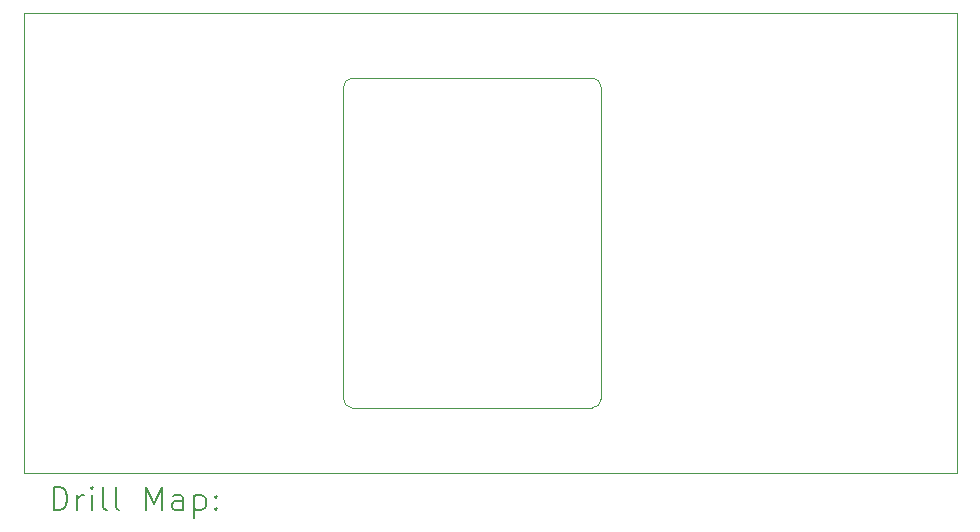
<source format=gbr>
%TF.GenerationSoftware,KiCad,Pcbnew,(6.0.9-0)*%
%TF.CreationDate,2023-06-22T13:59:56-04:00*%
%TF.ProjectId,plucker_v03,706c7563-6b65-4725-9f76-30332e6b6963,rev?*%
%TF.SameCoordinates,Original*%
%TF.FileFunction,Drillmap*%
%TF.FilePolarity,Positive*%
%FSLAX45Y45*%
G04 Gerber Fmt 4.5, Leading zero omitted, Abs format (unit mm)*
G04 Created by KiCad (PCBNEW (6.0.9-0)) date 2023-06-22 13:59:56*
%MOMM*%
%LPD*%
G01*
G04 APERTURE LIST*
%ADD10C,0.050000*%
%ADD11C,0.200000*%
G04 APERTURE END LIST*
D10*
X13363481Y-11887200D02*
X15392400Y-11887200D01*
X13287281Y-9169400D02*
X13287281Y-11811000D01*
X15392400Y-9093200D02*
X13363481Y-9093200D01*
X15468600Y-11811000D02*
X15468600Y-9169400D01*
X15392400Y-11887200D02*
G75*
G03*
X15468600Y-11811000I0J76200D01*
G01*
X13287281Y-11811000D02*
G75*
G03*
X13363481Y-11887200I76200J0D01*
G01*
X13363481Y-9093200D02*
G75*
G03*
X13287281Y-9169400I0J-76200D01*
G01*
X15468600Y-9169400D02*
G75*
G03*
X15392400Y-9093200I-76200J0D01*
G01*
X10579600Y-12440200D02*
X18479600Y-12440200D01*
X10579600Y-8540200D02*
X10579600Y-12440200D01*
X10579600Y-8540200D02*
X18479600Y-8540200D01*
X18479600Y-8540200D02*
X18479600Y-12440200D01*
D11*
X10834719Y-12753176D02*
X10834719Y-12553176D01*
X10882338Y-12553176D01*
X10910910Y-12562700D01*
X10929957Y-12581748D01*
X10939481Y-12600795D01*
X10949005Y-12638890D01*
X10949005Y-12667462D01*
X10939481Y-12705557D01*
X10929957Y-12724605D01*
X10910910Y-12743652D01*
X10882338Y-12753176D01*
X10834719Y-12753176D01*
X11034719Y-12753176D02*
X11034719Y-12619843D01*
X11034719Y-12657938D02*
X11044243Y-12638890D01*
X11053767Y-12629367D01*
X11072814Y-12619843D01*
X11091862Y-12619843D01*
X11158529Y-12753176D02*
X11158529Y-12619843D01*
X11158529Y-12553176D02*
X11149005Y-12562700D01*
X11158529Y-12572224D01*
X11168052Y-12562700D01*
X11158529Y-12553176D01*
X11158529Y-12572224D01*
X11282338Y-12753176D02*
X11263290Y-12743652D01*
X11253767Y-12724605D01*
X11253767Y-12553176D01*
X11387100Y-12753176D02*
X11368052Y-12743652D01*
X11358528Y-12724605D01*
X11358528Y-12553176D01*
X11615671Y-12753176D02*
X11615671Y-12553176D01*
X11682338Y-12696033D01*
X11749005Y-12553176D01*
X11749005Y-12753176D01*
X11929957Y-12753176D02*
X11929957Y-12648414D01*
X11920433Y-12629367D01*
X11901386Y-12619843D01*
X11863290Y-12619843D01*
X11844243Y-12629367D01*
X11929957Y-12743652D02*
X11910909Y-12753176D01*
X11863290Y-12753176D01*
X11844243Y-12743652D01*
X11834719Y-12724605D01*
X11834719Y-12705557D01*
X11844243Y-12686509D01*
X11863290Y-12676986D01*
X11910909Y-12676986D01*
X11929957Y-12667462D01*
X12025195Y-12619843D02*
X12025195Y-12819843D01*
X12025195Y-12629367D02*
X12044243Y-12619843D01*
X12082338Y-12619843D01*
X12101386Y-12629367D01*
X12110909Y-12638890D01*
X12120433Y-12657938D01*
X12120433Y-12715081D01*
X12110909Y-12734128D01*
X12101386Y-12743652D01*
X12082338Y-12753176D01*
X12044243Y-12753176D01*
X12025195Y-12743652D01*
X12206148Y-12734128D02*
X12215671Y-12743652D01*
X12206148Y-12753176D01*
X12196624Y-12743652D01*
X12206148Y-12734128D01*
X12206148Y-12753176D01*
X12206148Y-12629367D02*
X12215671Y-12638890D01*
X12206148Y-12648414D01*
X12196624Y-12638890D01*
X12206148Y-12629367D01*
X12206148Y-12648414D01*
M02*

</source>
